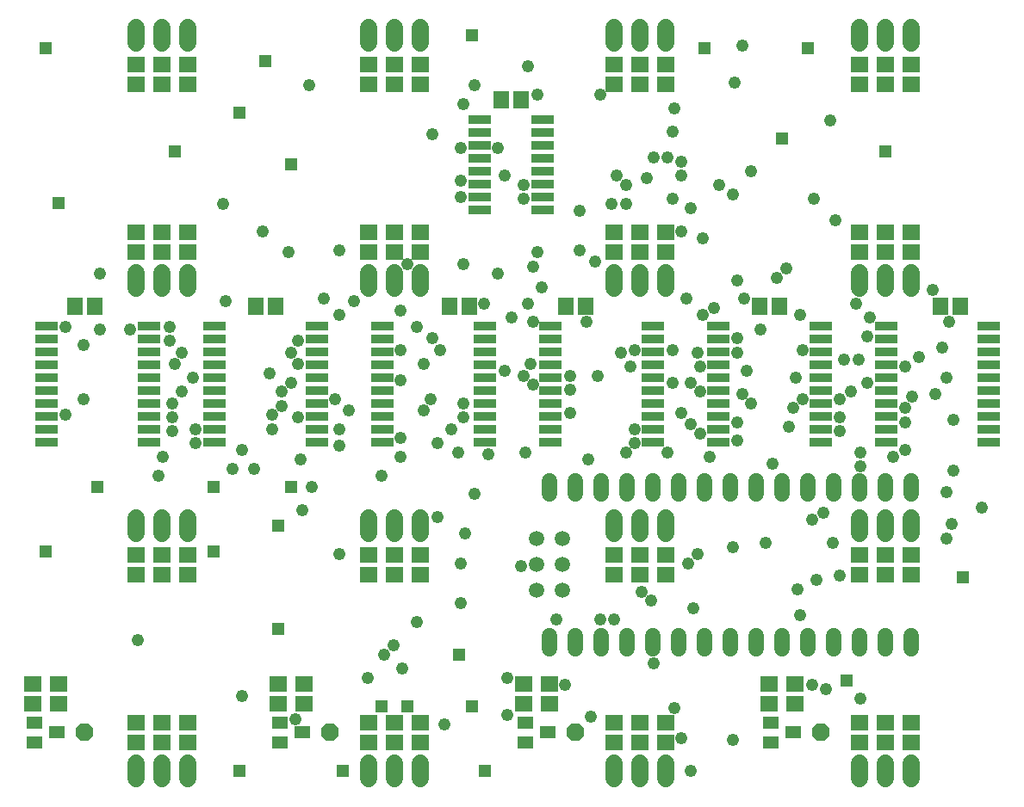
<source format=gts>
G75*
%MOIN*%
%OFA0B0*%
%FSLAX25Y25*%
%IPPOS*%
%LPD*%
%AMOC8*
5,1,8,0,0,1.08239X$1,22.5*
%
%ADD10R,0.08800X0.03400*%
%ADD11R,0.06706X0.05918*%
%ADD12C,0.06800*%
%ADD13C,0.05950*%
%ADD14C,0.05950*%
%ADD15OC8,0.06800*%
%ADD16R,0.06312X0.04737*%
%ADD17R,0.05918X0.06706*%
%ADD18C,0.04800*%
%ADD19R,0.04762X0.04762*%
D10*
X0017000Y0144300D03*
X0017000Y0149300D03*
X0017000Y0154300D03*
X0017000Y0159300D03*
X0017000Y0164300D03*
X0017000Y0169300D03*
X0017000Y0174300D03*
X0017000Y0179300D03*
X0017000Y0184300D03*
X0017000Y0189300D03*
X0056600Y0189300D03*
X0056600Y0184300D03*
X0056600Y0179300D03*
X0056600Y0174300D03*
X0056600Y0169300D03*
X0056600Y0164300D03*
X0056600Y0159300D03*
X0056600Y0154300D03*
X0056600Y0149300D03*
X0056600Y0144300D03*
X0082000Y0144300D03*
X0082000Y0149300D03*
X0082000Y0154300D03*
X0082000Y0159300D03*
X0082000Y0164300D03*
X0082000Y0169300D03*
X0082000Y0174300D03*
X0082000Y0179300D03*
X0082000Y0184300D03*
X0082000Y0189300D03*
X0121600Y0189300D03*
X0121600Y0184300D03*
X0121600Y0179300D03*
X0121600Y0174300D03*
X0121600Y0169300D03*
X0121600Y0164300D03*
X0121600Y0159300D03*
X0121600Y0154300D03*
X0121600Y0149300D03*
X0121600Y0144300D03*
X0147000Y0144300D03*
X0147000Y0149300D03*
X0147000Y0154300D03*
X0147000Y0159300D03*
X0147000Y0164300D03*
X0147000Y0169300D03*
X0147000Y0174300D03*
X0147000Y0179300D03*
X0147000Y0184300D03*
X0147000Y0189300D03*
X0186600Y0189300D03*
X0186600Y0184300D03*
X0186600Y0179300D03*
X0186600Y0174300D03*
X0186600Y0169300D03*
X0186600Y0164300D03*
X0186600Y0159300D03*
X0186600Y0154300D03*
X0186600Y0149300D03*
X0186600Y0144300D03*
X0212000Y0144300D03*
X0212000Y0149300D03*
X0212000Y0154300D03*
X0212000Y0159300D03*
X0212000Y0164300D03*
X0212000Y0169300D03*
X0212000Y0174300D03*
X0212000Y0179300D03*
X0212000Y0184300D03*
X0212000Y0189300D03*
X0251600Y0189300D03*
X0251600Y0184300D03*
X0251600Y0179300D03*
X0251600Y0174300D03*
X0251600Y0169300D03*
X0251600Y0164300D03*
X0251600Y0159300D03*
X0251600Y0154300D03*
X0251600Y0149300D03*
X0251600Y0144300D03*
X0277000Y0144300D03*
X0277000Y0149300D03*
X0277000Y0154300D03*
X0277000Y0159300D03*
X0277000Y0164300D03*
X0277000Y0169300D03*
X0277000Y0174300D03*
X0277000Y0179300D03*
X0277000Y0184300D03*
X0277000Y0189300D03*
X0316600Y0189300D03*
X0316600Y0184300D03*
X0316600Y0179300D03*
X0316600Y0174300D03*
X0316600Y0169300D03*
X0316600Y0164300D03*
X0316600Y0159300D03*
X0316600Y0154300D03*
X0316600Y0149300D03*
X0316600Y0144300D03*
X0342000Y0144300D03*
X0342000Y0149300D03*
X0342000Y0154300D03*
X0342000Y0159300D03*
X0342000Y0164300D03*
X0342000Y0169300D03*
X0342000Y0174300D03*
X0342000Y0179300D03*
X0342000Y0184300D03*
X0342000Y0189300D03*
X0381600Y0189300D03*
X0381600Y0184300D03*
X0381600Y0179300D03*
X0381600Y0174300D03*
X0381600Y0169300D03*
X0381600Y0164300D03*
X0381600Y0159300D03*
X0381600Y0154300D03*
X0381600Y0149300D03*
X0381600Y0144300D03*
X0208900Y0234300D03*
X0208900Y0239300D03*
X0208900Y0244300D03*
X0208900Y0249300D03*
X0208900Y0254300D03*
X0208900Y0259300D03*
X0208900Y0264300D03*
X0208900Y0269300D03*
X0184700Y0269300D03*
X0184700Y0264300D03*
X0184700Y0259300D03*
X0184700Y0254300D03*
X0184700Y0249300D03*
X0184700Y0244300D03*
X0184700Y0239300D03*
X0184700Y0234300D03*
D11*
X0161800Y0225540D03*
X0161800Y0218060D03*
X0151800Y0218060D03*
X0151800Y0225540D03*
X0141800Y0225540D03*
X0141800Y0218060D03*
X0071800Y0218060D03*
X0071800Y0225540D03*
X0061800Y0225540D03*
X0061800Y0218060D03*
X0051800Y0218060D03*
X0051800Y0225540D03*
X0051800Y0283060D03*
X0051800Y0290540D03*
X0061800Y0290540D03*
X0061800Y0283060D03*
X0071800Y0283060D03*
X0071800Y0290540D03*
X0141800Y0290540D03*
X0141800Y0283060D03*
X0151800Y0283060D03*
X0161800Y0283060D03*
X0161800Y0290540D03*
X0151800Y0290540D03*
X0236800Y0290540D03*
X0246800Y0290540D03*
X0246800Y0283060D03*
X0236800Y0283060D03*
X0256800Y0283060D03*
X0256800Y0290540D03*
X0331800Y0290540D03*
X0341800Y0290540D03*
X0341800Y0283060D03*
X0331800Y0283060D03*
X0351800Y0283060D03*
X0351800Y0290540D03*
X0351800Y0225540D03*
X0351800Y0218060D03*
X0341800Y0218060D03*
X0341800Y0225540D03*
X0331800Y0225540D03*
X0331800Y0218060D03*
X0256800Y0218060D03*
X0256800Y0225540D03*
X0246800Y0225540D03*
X0246800Y0218060D03*
X0236800Y0218060D03*
X0236800Y0225540D03*
X0236800Y0100540D03*
X0236800Y0093060D03*
X0246800Y0093060D03*
X0246800Y0100540D03*
X0256800Y0100540D03*
X0256800Y0093060D03*
X0296800Y0050540D03*
X0296800Y0043060D03*
X0306800Y0043060D03*
X0306800Y0050540D03*
X0331800Y0035540D03*
X0341800Y0035540D03*
X0341800Y0028060D03*
X0331800Y0028060D03*
X0351800Y0028060D03*
X0351800Y0035540D03*
X0351800Y0093060D03*
X0351800Y0100540D03*
X0341800Y0100540D03*
X0341800Y0093060D03*
X0331800Y0093060D03*
X0331800Y0100540D03*
X0256800Y0035540D03*
X0256800Y0028060D03*
X0246800Y0028060D03*
X0236800Y0028060D03*
X0236800Y0035540D03*
X0246800Y0035540D03*
X0211800Y0043060D03*
X0211800Y0050540D03*
X0201800Y0050540D03*
X0201800Y0043060D03*
X0161800Y0035540D03*
X0151800Y0035540D03*
X0151800Y0028060D03*
X0161800Y0028060D03*
X0141800Y0028060D03*
X0141800Y0035540D03*
X0116800Y0043060D03*
X0116800Y0050540D03*
X0106800Y0050540D03*
X0106800Y0043060D03*
X0071800Y0035540D03*
X0071800Y0028060D03*
X0061800Y0028060D03*
X0061800Y0035540D03*
X0051800Y0035540D03*
X0051800Y0028060D03*
X0021800Y0043060D03*
X0021800Y0050540D03*
X0011800Y0050540D03*
X0011800Y0043060D03*
X0051800Y0093060D03*
X0051800Y0100540D03*
X0061800Y0100540D03*
X0061800Y0093060D03*
X0071800Y0093060D03*
X0071800Y0100540D03*
X0141800Y0100540D03*
X0141800Y0093060D03*
X0151800Y0093060D03*
X0151800Y0100540D03*
X0161800Y0100540D03*
X0161800Y0093060D03*
D12*
X0161800Y0108800D02*
X0161800Y0114800D01*
X0151800Y0114800D02*
X0151800Y0108800D01*
X0141800Y0108800D02*
X0141800Y0114800D01*
X0071800Y0114800D02*
X0071800Y0108800D01*
X0061800Y0108800D02*
X0061800Y0114800D01*
X0051800Y0114800D02*
X0051800Y0108800D01*
X0051800Y0019800D02*
X0051800Y0013800D01*
X0061800Y0013800D02*
X0061800Y0019800D01*
X0071800Y0019800D02*
X0071800Y0013800D01*
X0141800Y0013800D02*
X0141800Y0019800D01*
X0151800Y0019800D02*
X0151800Y0013800D01*
X0161800Y0013800D02*
X0161800Y0019800D01*
X0236800Y0019800D02*
X0236800Y0013800D01*
X0246800Y0013800D02*
X0246800Y0019800D01*
X0256800Y0019800D02*
X0256800Y0013800D01*
X0331800Y0013800D02*
X0331800Y0019800D01*
X0341800Y0019800D02*
X0341800Y0013800D01*
X0351800Y0013800D02*
X0351800Y0019800D01*
X0351800Y0108800D02*
X0351800Y0114800D01*
X0341800Y0114800D02*
X0341800Y0108800D01*
X0331800Y0108800D02*
X0331800Y0114800D01*
X0256800Y0114800D02*
X0256800Y0108800D01*
X0246800Y0108800D02*
X0246800Y0114800D01*
X0236800Y0114800D02*
X0236800Y0108800D01*
X0236800Y0203800D02*
X0236800Y0209800D01*
X0246800Y0209800D02*
X0246800Y0203800D01*
X0256800Y0203800D02*
X0256800Y0209800D01*
X0331800Y0209800D02*
X0331800Y0203800D01*
X0341800Y0203800D02*
X0341800Y0209800D01*
X0351800Y0209800D02*
X0351800Y0203800D01*
X0351800Y0298800D02*
X0351800Y0304800D01*
X0341800Y0304800D02*
X0341800Y0298800D01*
X0331800Y0298800D02*
X0331800Y0304800D01*
X0256800Y0304800D02*
X0256800Y0298800D01*
X0246800Y0298800D02*
X0246800Y0304800D01*
X0236800Y0304800D02*
X0236800Y0298800D01*
X0161800Y0298800D02*
X0161800Y0304800D01*
X0151800Y0304800D02*
X0151800Y0298800D01*
X0141800Y0298800D02*
X0141800Y0304800D01*
X0071800Y0304800D02*
X0071800Y0298800D01*
X0061800Y0298800D02*
X0061800Y0304800D01*
X0051800Y0304800D02*
X0051800Y0298800D01*
X0051800Y0209800D02*
X0051800Y0203800D01*
X0061800Y0203800D02*
X0061800Y0209800D01*
X0071800Y0209800D02*
X0071800Y0203800D01*
X0141800Y0203800D02*
X0141800Y0209800D01*
X0151800Y0209800D02*
X0151800Y0203800D01*
X0161800Y0203800D02*
X0161800Y0209800D01*
D13*
X0211800Y0129375D02*
X0211800Y0124225D01*
X0221800Y0124225D02*
X0221800Y0129375D01*
X0231800Y0129375D02*
X0231800Y0124225D01*
X0241800Y0124225D02*
X0241800Y0129375D01*
X0251800Y0129375D02*
X0251800Y0124225D01*
X0261800Y0124225D02*
X0261800Y0129375D01*
X0271800Y0129375D02*
X0271800Y0124225D01*
X0281800Y0124225D02*
X0281800Y0129375D01*
X0291800Y0129375D02*
X0291800Y0124225D01*
X0301800Y0124225D02*
X0301800Y0129375D01*
X0311800Y0129375D02*
X0311800Y0124225D01*
X0321800Y0124225D02*
X0321800Y0129375D01*
X0331800Y0129375D02*
X0331800Y0124225D01*
X0341800Y0124225D02*
X0341800Y0129375D01*
X0351800Y0129375D02*
X0351800Y0124225D01*
X0351800Y0069375D02*
X0351800Y0064225D01*
X0341800Y0064225D02*
X0341800Y0069375D01*
X0331800Y0069375D02*
X0331800Y0064225D01*
X0321800Y0064225D02*
X0321800Y0069375D01*
X0311800Y0069375D02*
X0311800Y0064225D01*
X0301800Y0064225D02*
X0301800Y0069375D01*
X0291800Y0069375D02*
X0291800Y0064225D01*
X0281800Y0064225D02*
X0281800Y0069375D01*
X0271800Y0069375D02*
X0271800Y0064225D01*
X0261800Y0064225D02*
X0261800Y0069375D01*
X0251800Y0069375D02*
X0251800Y0064225D01*
X0241800Y0064225D02*
X0241800Y0069375D01*
X0231800Y0069375D02*
X0231800Y0064225D01*
X0221800Y0064225D02*
X0221800Y0069375D01*
X0211800Y0069375D02*
X0211800Y0064225D01*
D14*
X0206800Y0086800D03*
X0206800Y0096800D03*
X0206800Y0106800D03*
X0216800Y0106800D03*
X0216800Y0096800D03*
X0216800Y0086800D03*
D15*
X0221800Y0031800D03*
X0126800Y0031800D03*
X0031800Y0031800D03*
X0316800Y0031800D03*
D16*
X0012469Y0028060D03*
X0021131Y0031800D03*
X0012469Y0035540D03*
X0107469Y0035540D03*
X0107469Y0028060D03*
X0116131Y0031800D03*
X0202469Y0028060D03*
X0211131Y0031800D03*
X0202469Y0035540D03*
X0297469Y0035540D03*
X0306131Y0031800D03*
X0297469Y0028060D03*
D17*
X0300540Y0196800D03*
X0293060Y0196800D03*
X0225540Y0196800D03*
X0218060Y0196800D03*
X0180540Y0196800D03*
X0173060Y0196800D03*
X0105540Y0196800D03*
X0098060Y0196800D03*
X0035540Y0196800D03*
X0028060Y0196800D03*
X0193060Y0276800D03*
X0200540Y0276800D03*
X0363060Y0196800D03*
X0370540Y0196800D03*
D18*
X0366300Y0190800D03*
X0363600Y0180900D03*
X0354600Y0177300D03*
X0349200Y0173700D03*
X0360900Y0162900D03*
X0365400Y0169200D03*
X0351900Y0162000D03*
X0349200Y0157500D03*
X0349200Y0152100D03*
X0349200Y0141300D03*
X0344700Y0138600D03*
X0332100Y0140400D03*
X0332100Y0135000D03*
X0324000Y0148500D03*
X0324000Y0153900D03*
X0324000Y0161100D03*
X0328500Y0163800D03*
X0334800Y0167400D03*
X0331200Y0176400D03*
X0325800Y0176400D03*
X0334800Y0185400D03*
X0335700Y0192600D03*
X0330300Y0198000D03*
X0308700Y0193500D03*
X0309600Y0180000D03*
X0306900Y0169200D03*
X0309600Y0161100D03*
X0306000Y0157500D03*
X0304200Y0150300D03*
X0289800Y0159300D03*
X0286200Y0162900D03*
X0288000Y0171900D03*
X0284400Y0179100D03*
X0284400Y0184500D03*
X0293400Y0188100D03*
X0287100Y0199800D03*
X0284400Y0207000D03*
X0275400Y0196200D03*
X0270900Y0193500D03*
X0264600Y0199800D03*
X0259200Y0180000D03*
X0269100Y0179100D03*
X0270000Y0173700D03*
X0266400Y0167400D03*
X0270000Y0163800D03*
X0259200Y0167400D03*
X0262800Y0155700D03*
X0266400Y0151200D03*
X0270000Y0147600D03*
X0273600Y0138600D03*
X0284400Y0144900D03*
X0284400Y0152100D03*
X0297900Y0135900D03*
X0317700Y0117000D03*
X0313200Y0114300D03*
X0321300Y0105300D03*
X0324000Y0092700D03*
X0315000Y0090900D03*
X0307800Y0087300D03*
X0308700Y0077400D03*
X0282600Y0103500D03*
X0269100Y0100800D03*
X0265500Y0097200D03*
X0247500Y0086400D03*
X0251100Y0082800D03*
X0236700Y0075600D03*
X0231300Y0075600D03*
X0214200Y0075600D03*
X0200700Y0096300D03*
X0177300Y0097200D03*
X0179100Y0108900D03*
X0168300Y0115200D03*
X0182700Y0124200D03*
X0188100Y0139500D03*
X0176400Y0140400D03*
X0168300Y0144000D03*
X0173700Y0149400D03*
X0178200Y0153900D03*
X0178200Y0159300D03*
X0165600Y0161100D03*
X0162900Y0156600D03*
X0153900Y0168300D03*
X0162900Y0174600D03*
X0169200Y0180000D03*
X0166500Y0184500D03*
X0160200Y0189000D03*
X0153900Y0195300D03*
X0135900Y0198900D03*
X0130500Y0193500D03*
X0124200Y0199800D03*
X0114300Y0183600D03*
X0111600Y0179100D03*
X0114300Y0174600D03*
X0111600Y0167400D03*
X0108000Y0163800D03*
X0108000Y0158400D03*
X0104400Y0154800D03*
X0104400Y0149400D03*
X0114300Y0153900D03*
X0128700Y0161100D03*
X0134100Y0156600D03*
X0130500Y0149400D03*
X0130500Y0143100D03*
X0115200Y0137700D03*
X0119700Y0126900D03*
X0116100Y0117900D03*
X0097200Y0134100D03*
X0089100Y0134100D03*
X0092700Y0141300D03*
X0074700Y0144000D03*
X0074700Y0149400D03*
X0065700Y0148500D03*
X0065700Y0153900D03*
X0065700Y0159300D03*
X0069300Y0163800D03*
X0073800Y0169200D03*
X0066600Y0174600D03*
X0069300Y0179100D03*
X0064800Y0183600D03*
X0064800Y0189000D03*
X0049500Y0188100D03*
X0037800Y0188100D03*
X0031500Y0181800D03*
X0024300Y0189000D03*
X0037800Y0209700D03*
X0086400Y0198900D03*
X0110700Y0217800D03*
X0100800Y0225900D03*
X0085500Y0236700D03*
X0130500Y0218700D03*
X0156600Y0213300D03*
X0178200Y0213300D03*
X0191700Y0209700D03*
X0186300Y0198000D03*
X0197100Y0192600D03*
X0203400Y0198000D03*
X0208800Y0204300D03*
X0205200Y0212400D03*
X0207000Y0217800D03*
X0223200Y0218700D03*
X0229500Y0214200D03*
X0223200Y0234000D03*
X0235800Y0236700D03*
X0241200Y0236700D03*
X0241200Y0243900D03*
X0237600Y0247500D03*
X0249300Y0246600D03*
X0252000Y0254700D03*
X0257400Y0254700D03*
X0262800Y0252900D03*
X0262800Y0247500D03*
X0259200Y0238500D03*
X0266400Y0234900D03*
X0262800Y0225900D03*
X0270900Y0223200D03*
X0282600Y0240300D03*
X0277200Y0243900D03*
X0289800Y0249300D03*
X0314100Y0238500D03*
X0322200Y0230400D03*
X0303300Y0211500D03*
X0299700Y0207900D03*
X0244800Y0180000D03*
X0239400Y0179100D03*
X0243000Y0173700D03*
X0230400Y0170100D03*
X0219600Y0170100D03*
X0219600Y0164700D03*
X0219600Y0155700D03*
X0205200Y0166500D03*
X0201600Y0170100D03*
X0204300Y0174600D03*
X0194400Y0171900D03*
X0205200Y0190800D03*
X0225900Y0190800D03*
X0244800Y0149400D03*
X0244800Y0144000D03*
X0241200Y0140400D03*
X0226800Y0137700D03*
X0202500Y0140400D03*
X0153900Y0138600D03*
X0153900Y0145800D03*
X0146700Y0131400D03*
X0130500Y0100800D03*
X0160200Y0074700D03*
X0151200Y0065700D03*
X0147600Y0062100D03*
X0154800Y0056700D03*
X0141300Y0053100D03*
X0113400Y0036900D03*
X0092700Y0045900D03*
X0052200Y0067500D03*
X0060300Y0131400D03*
X0062100Y0138600D03*
X0031500Y0161100D03*
X0024300Y0154800D03*
X0103500Y0171000D03*
X0153900Y0180000D03*
X0201600Y0238500D03*
X0201600Y0243900D03*
X0194400Y0247500D03*
X0191700Y0258300D03*
X0177300Y0258300D03*
X0166500Y0263700D03*
X0178200Y0275400D03*
X0182700Y0282600D03*
X0203400Y0289800D03*
X0207000Y0279000D03*
X0231300Y0279000D03*
X0260100Y0273600D03*
X0259200Y0264600D03*
X0283500Y0283500D03*
X0286200Y0297900D03*
X0320400Y0269100D03*
X0360000Y0203400D03*
X0368100Y0153000D03*
X0368100Y0133200D03*
X0365400Y0125100D03*
X0367200Y0112500D03*
X0365400Y0107100D03*
X0378900Y0118800D03*
X0295200Y0105300D03*
X0267300Y0080100D03*
X0252000Y0058500D03*
X0260100Y0041400D03*
X0262800Y0029700D03*
X0266400Y0017100D03*
X0282600Y0028800D03*
X0313200Y0050400D03*
X0318600Y0048600D03*
X0332100Y0045000D03*
X0227700Y0037800D03*
X0217800Y0050400D03*
X0195300Y0053100D03*
X0195300Y0038700D03*
X0171000Y0035100D03*
X0177300Y0081900D03*
X0257400Y0140400D03*
X0177300Y0239400D03*
X0177300Y0245700D03*
X0118800Y0282600D03*
D19*
X0101800Y0291800D03*
X0091800Y0271800D03*
X0111800Y0251800D03*
X0066800Y0256800D03*
X0021800Y0236800D03*
X0016800Y0296800D03*
X0181800Y0301800D03*
X0271800Y0296800D03*
X0311800Y0296800D03*
X0301800Y0261800D03*
X0341800Y0256800D03*
X0371800Y0091800D03*
X0326800Y0051800D03*
X0186800Y0016800D03*
X0181800Y0041800D03*
X0176800Y0061800D03*
X0156800Y0041800D03*
X0146800Y0041800D03*
X0131800Y0016800D03*
X0091800Y0016800D03*
X0106800Y0071800D03*
X0081800Y0101800D03*
X0106800Y0111800D03*
X0111800Y0126800D03*
X0081800Y0126800D03*
X0036800Y0126800D03*
X0016800Y0101800D03*
M02*

</source>
